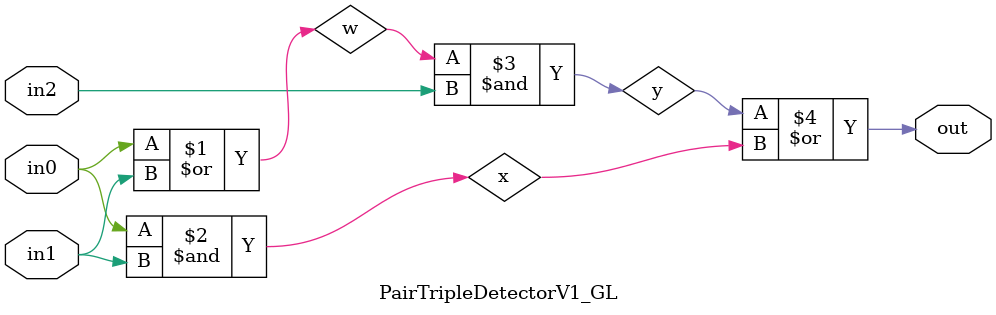
<source format=v>

`ifndef PAIR_TRIPLE_DETECTOR_V1_GL_V
`define PAIR_TRIPLE_DETECTOR_V1_GL_V

module PairTripleDetectorV1_GL
(
  input  wire in0,
  input  wire in1,
  input  wire in2,
  output wire out
);

  //''' ACTIVITY '''''''''''''''''''''''''''''''''''''''''''''''''''''''''
  // Implement pair/triple detector using explicit gate-level modeling
  //>'''''''''''''''''''''''''''''''''''''''''''''''''''''''''''''''''''''

  wire w, x, y;

  or ( w,   in0, in1 );
  and( x,   in0, in1 );
  and( y,   w,   in2 );
  or ( out, y,   x   );

  //<'''''''''''''''''''''''''''''''''''''''''''''''''''''''''''''''''''''

endmodule

`endif /* PAIR_TRIPLE_DETECTOR_V1_GL_V */


</source>
